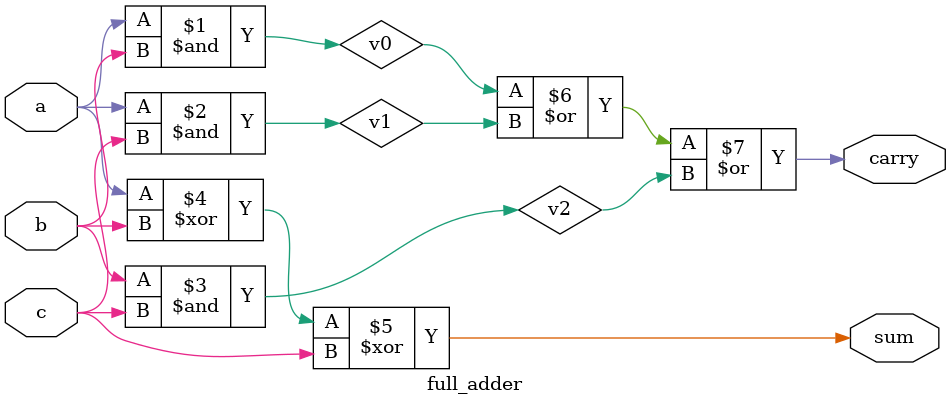
<source format=sv>
module full_adder
(
    input logic a,
    input logic b,
    input logic c,
    output logic sum,
    output logic carry
);
    wire logic v0;
    wire logic v1;
    wire logic v2;
    
    assign v0 = a & b;
    assign v1 = a & c;
    assign v2 = b & c;

    assign sum = a ^ b ^ c;
    assign carry = v0 | v1 | v2;

endmodule
</source>
